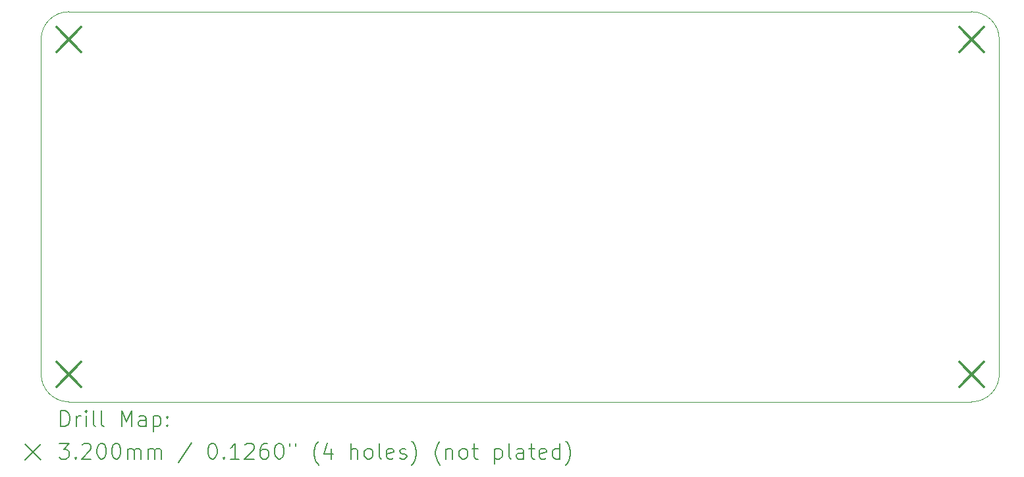
<source format=gbr>
%FSLAX45Y45*%
G04 Gerber Fmt 4.5, Leading zero omitted, Abs format (unit mm)*
G04 Created by KiCad (PCBNEW (6.0.0)) date 2022-12-27 21:59:18*
%MOMM*%
%LPD*%
G01*
G04 APERTURE LIST*
%TA.AperFunction,Profile*%
%ADD10C,0.100000*%
%TD*%
%ADD11C,0.200000*%
%ADD12C,0.320000*%
G04 APERTURE END LIST*
D10*
X9916300Y-8535800D02*
X9916300Y-12843700D01*
X21879800Y-13199527D02*
X10271900Y-13199300D01*
X22235400Y-8535800D02*
G75*
G03*
X21879800Y-8180200I-355600J0D01*
G01*
X9916300Y-12843700D02*
G75*
G03*
X10271900Y-13199300I355600J0D01*
G01*
X21879800Y-13199527D02*
G75*
G03*
X22235400Y-12831000I0J355827D01*
G01*
X10271900Y-8180200D02*
X21879800Y-8180200D01*
X10271900Y-8180200D02*
G75*
G03*
X9916300Y-8535800I0J-355600D01*
G01*
X22235400Y-8535800D02*
X22235400Y-12831000D01*
D11*
D12*
X10111900Y-8375800D02*
X10431900Y-8695800D01*
X10431900Y-8375800D02*
X10111900Y-8695800D01*
X10111900Y-12683700D02*
X10431900Y-13003700D01*
X10431900Y-12683700D02*
X10111900Y-13003700D01*
X21719800Y-8375800D02*
X22039800Y-8695800D01*
X22039800Y-8375800D02*
X21719800Y-8695800D01*
X21719800Y-12683700D02*
X22039800Y-13003700D01*
X22039800Y-12683700D02*
X21719800Y-13003700D01*
D11*
X10168919Y-13515003D02*
X10168919Y-13315003D01*
X10216538Y-13315003D01*
X10245110Y-13324527D01*
X10264157Y-13343574D01*
X10273681Y-13362622D01*
X10283205Y-13400717D01*
X10283205Y-13429289D01*
X10273681Y-13467384D01*
X10264157Y-13486431D01*
X10245110Y-13505479D01*
X10216538Y-13515003D01*
X10168919Y-13515003D01*
X10368919Y-13515003D02*
X10368919Y-13381669D01*
X10368919Y-13419765D02*
X10378443Y-13400717D01*
X10387967Y-13391193D01*
X10407014Y-13381669D01*
X10426062Y-13381669D01*
X10492729Y-13515003D02*
X10492729Y-13381669D01*
X10492729Y-13315003D02*
X10483205Y-13324527D01*
X10492729Y-13334050D01*
X10502252Y-13324527D01*
X10492729Y-13315003D01*
X10492729Y-13334050D01*
X10616538Y-13515003D02*
X10597490Y-13505479D01*
X10587967Y-13486431D01*
X10587967Y-13315003D01*
X10721300Y-13515003D02*
X10702252Y-13505479D01*
X10692729Y-13486431D01*
X10692729Y-13315003D01*
X10949871Y-13515003D02*
X10949871Y-13315003D01*
X11016538Y-13457860D01*
X11083205Y-13315003D01*
X11083205Y-13515003D01*
X11264157Y-13515003D02*
X11264157Y-13410241D01*
X11254633Y-13391193D01*
X11235586Y-13381669D01*
X11197490Y-13381669D01*
X11178443Y-13391193D01*
X11264157Y-13505479D02*
X11245109Y-13515003D01*
X11197490Y-13515003D01*
X11178443Y-13505479D01*
X11168919Y-13486431D01*
X11168919Y-13467384D01*
X11178443Y-13448336D01*
X11197490Y-13438812D01*
X11245109Y-13438812D01*
X11264157Y-13429289D01*
X11359395Y-13381669D02*
X11359395Y-13581669D01*
X11359395Y-13391193D02*
X11378443Y-13381669D01*
X11416538Y-13381669D01*
X11435586Y-13391193D01*
X11445109Y-13400717D01*
X11454633Y-13419765D01*
X11454633Y-13476908D01*
X11445109Y-13495955D01*
X11435586Y-13505479D01*
X11416538Y-13515003D01*
X11378443Y-13515003D01*
X11359395Y-13505479D01*
X11540348Y-13495955D02*
X11549871Y-13505479D01*
X11540348Y-13515003D01*
X11530824Y-13505479D01*
X11540348Y-13495955D01*
X11540348Y-13515003D01*
X11540348Y-13391193D02*
X11549871Y-13400717D01*
X11540348Y-13410241D01*
X11530824Y-13400717D01*
X11540348Y-13391193D01*
X11540348Y-13410241D01*
X9711300Y-13744527D02*
X9911300Y-13944527D01*
X9911300Y-13744527D02*
X9711300Y-13944527D01*
X10149871Y-13735003D02*
X10273681Y-13735003D01*
X10207014Y-13811193D01*
X10235586Y-13811193D01*
X10254633Y-13820717D01*
X10264157Y-13830241D01*
X10273681Y-13849289D01*
X10273681Y-13896908D01*
X10264157Y-13915955D01*
X10254633Y-13925479D01*
X10235586Y-13935003D01*
X10178443Y-13935003D01*
X10159395Y-13925479D01*
X10149871Y-13915955D01*
X10359395Y-13915955D02*
X10368919Y-13925479D01*
X10359395Y-13935003D01*
X10349871Y-13925479D01*
X10359395Y-13915955D01*
X10359395Y-13935003D01*
X10445110Y-13754050D02*
X10454633Y-13744527D01*
X10473681Y-13735003D01*
X10521300Y-13735003D01*
X10540348Y-13744527D01*
X10549871Y-13754050D01*
X10559395Y-13773098D01*
X10559395Y-13792146D01*
X10549871Y-13820717D01*
X10435586Y-13935003D01*
X10559395Y-13935003D01*
X10683205Y-13735003D02*
X10702252Y-13735003D01*
X10721300Y-13744527D01*
X10730824Y-13754050D01*
X10740348Y-13773098D01*
X10749871Y-13811193D01*
X10749871Y-13858812D01*
X10740348Y-13896908D01*
X10730824Y-13915955D01*
X10721300Y-13925479D01*
X10702252Y-13935003D01*
X10683205Y-13935003D01*
X10664157Y-13925479D01*
X10654633Y-13915955D01*
X10645110Y-13896908D01*
X10635586Y-13858812D01*
X10635586Y-13811193D01*
X10645110Y-13773098D01*
X10654633Y-13754050D01*
X10664157Y-13744527D01*
X10683205Y-13735003D01*
X10873681Y-13735003D02*
X10892729Y-13735003D01*
X10911776Y-13744527D01*
X10921300Y-13754050D01*
X10930824Y-13773098D01*
X10940348Y-13811193D01*
X10940348Y-13858812D01*
X10930824Y-13896908D01*
X10921300Y-13915955D01*
X10911776Y-13925479D01*
X10892729Y-13935003D01*
X10873681Y-13935003D01*
X10854633Y-13925479D01*
X10845110Y-13915955D01*
X10835586Y-13896908D01*
X10826062Y-13858812D01*
X10826062Y-13811193D01*
X10835586Y-13773098D01*
X10845110Y-13754050D01*
X10854633Y-13744527D01*
X10873681Y-13735003D01*
X11026062Y-13935003D02*
X11026062Y-13801669D01*
X11026062Y-13820717D02*
X11035586Y-13811193D01*
X11054633Y-13801669D01*
X11083205Y-13801669D01*
X11102252Y-13811193D01*
X11111776Y-13830241D01*
X11111776Y-13935003D01*
X11111776Y-13830241D02*
X11121300Y-13811193D01*
X11140348Y-13801669D01*
X11168919Y-13801669D01*
X11187967Y-13811193D01*
X11197490Y-13830241D01*
X11197490Y-13935003D01*
X11292728Y-13935003D02*
X11292728Y-13801669D01*
X11292728Y-13820717D02*
X11302252Y-13811193D01*
X11321300Y-13801669D01*
X11349871Y-13801669D01*
X11368919Y-13811193D01*
X11378443Y-13830241D01*
X11378443Y-13935003D01*
X11378443Y-13830241D02*
X11387967Y-13811193D01*
X11407014Y-13801669D01*
X11435586Y-13801669D01*
X11454633Y-13811193D01*
X11464157Y-13830241D01*
X11464157Y-13935003D01*
X11854633Y-13725479D02*
X11683205Y-13982622D01*
X12111776Y-13735003D02*
X12130824Y-13735003D01*
X12149871Y-13744527D01*
X12159395Y-13754050D01*
X12168919Y-13773098D01*
X12178443Y-13811193D01*
X12178443Y-13858812D01*
X12168919Y-13896908D01*
X12159395Y-13915955D01*
X12149871Y-13925479D01*
X12130824Y-13935003D01*
X12111776Y-13935003D01*
X12092728Y-13925479D01*
X12083205Y-13915955D01*
X12073681Y-13896908D01*
X12064157Y-13858812D01*
X12064157Y-13811193D01*
X12073681Y-13773098D01*
X12083205Y-13754050D01*
X12092728Y-13744527D01*
X12111776Y-13735003D01*
X12264157Y-13915955D02*
X12273681Y-13925479D01*
X12264157Y-13935003D01*
X12254633Y-13925479D01*
X12264157Y-13915955D01*
X12264157Y-13935003D01*
X12464157Y-13935003D02*
X12349871Y-13935003D01*
X12407014Y-13935003D02*
X12407014Y-13735003D01*
X12387967Y-13763574D01*
X12368919Y-13782622D01*
X12349871Y-13792146D01*
X12540348Y-13754050D02*
X12549871Y-13744527D01*
X12568919Y-13735003D01*
X12616538Y-13735003D01*
X12635586Y-13744527D01*
X12645109Y-13754050D01*
X12654633Y-13773098D01*
X12654633Y-13792146D01*
X12645109Y-13820717D01*
X12530824Y-13935003D01*
X12654633Y-13935003D01*
X12826062Y-13735003D02*
X12787967Y-13735003D01*
X12768919Y-13744527D01*
X12759395Y-13754050D01*
X12740348Y-13782622D01*
X12730824Y-13820717D01*
X12730824Y-13896908D01*
X12740348Y-13915955D01*
X12749871Y-13925479D01*
X12768919Y-13935003D01*
X12807014Y-13935003D01*
X12826062Y-13925479D01*
X12835586Y-13915955D01*
X12845109Y-13896908D01*
X12845109Y-13849289D01*
X12835586Y-13830241D01*
X12826062Y-13820717D01*
X12807014Y-13811193D01*
X12768919Y-13811193D01*
X12749871Y-13820717D01*
X12740348Y-13830241D01*
X12730824Y-13849289D01*
X12968919Y-13735003D02*
X12987967Y-13735003D01*
X13007014Y-13744527D01*
X13016538Y-13754050D01*
X13026062Y-13773098D01*
X13035586Y-13811193D01*
X13035586Y-13858812D01*
X13026062Y-13896908D01*
X13016538Y-13915955D01*
X13007014Y-13925479D01*
X12987967Y-13935003D01*
X12968919Y-13935003D01*
X12949871Y-13925479D01*
X12940348Y-13915955D01*
X12930824Y-13896908D01*
X12921300Y-13858812D01*
X12921300Y-13811193D01*
X12930824Y-13773098D01*
X12940348Y-13754050D01*
X12949871Y-13744527D01*
X12968919Y-13735003D01*
X13111776Y-13735003D02*
X13111776Y-13773098D01*
X13187967Y-13735003D02*
X13187967Y-13773098D01*
X13483205Y-14011193D02*
X13473681Y-14001669D01*
X13454633Y-13973098D01*
X13445109Y-13954050D01*
X13435586Y-13925479D01*
X13426062Y-13877860D01*
X13426062Y-13839765D01*
X13435586Y-13792146D01*
X13445109Y-13763574D01*
X13454633Y-13744527D01*
X13473681Y-13715955D01*
X13483205Y-13706431D01*
X13645109Y-13801669D02*
X13645109Y-13935003D01*
X13597490Y-13725479D02*
X13549871Y-13868336D01*
X13673681Y-13868336D01*
X13902252Y-13935003D02*
X13902252Y-13735003D01*
X13987967Y-13935003D02*
X13987967Y-13830241D01*
X13978443Y-13811193D01*
X13959395Y-13801669D01*
X13930824Y-13801669D01*
X13911776Y-13811193D01*
X13902252Y-13820717D01*
X14111776Y-13935003D02*
X14092728Y-13925479D01*
X14083205Y-13915955D01*
X14073681Y-13896908D01*
X14073681Y-13839765D01*
X14083205Y-13820717D01*
X14092728Y-13811193D01*
X14111776Y-13801669D01*
X14140348Y-13801669D01*
X14159395Y-13811193D01*
X14168919Y-13820717D01*
X14178443Y-13839765D01*
X14178443Y-13896908D01*
X14168919Y-13915955D01*
X14159395Y-13925479D01*
X14140348Y-13935003D01*
X14111776Y-13935003D01*
X14292728Y-13935003D02*
X14273681Y-13925479D01*
X14264157Y-13906431D01*
X14264157Y-13735003D01*
X14445109Y-13925479D02*
X14426062Y-13935003D01*
X14387967Y-13935003D01*
X14368919Y-13925479D01*
X14359395Y-13906431D01*
X14359395Y-13830241D01*
X14368919Y-13811193D01*
X14387967Y-13801669D01*
X14426062Y-13801669D01*
X14445109Y-13811193D01*
X14454633Y-13830241D01*
X14454633Y-13849289D01*
X14359395Y-13868336D01*
X14530824Y-13925479D02*
X14549871Y-13935003D01*
X14587967Y-13935003D01*
X14607014Y-13925479D01*
X14616538Y-13906431D01*
X14616538Y-13896908D01*
X14607014Y-13877860D01*
X14587967Y-13868336D01*
X14559395Y-13868336D01*
X14540348Y-13858812D01*
X14530824Y-13839765D01*
X14530824Y-13830241D01*
X14540348Y-13811193D01*
X14559395Y-13801669D01*
X14587967Y-13801669D01*
X14607014Y-13811193D01*
X14683205Y-14011193D02*
X14692728Y-14001669D01*
X14711776Y-13973098D01*
X14721300Y-13954050D01*
X14730824Y-13925479D01*
X14740348Y-13877860D01*
X14740348Y-13839765D01*
X14730824Y-13792146D01*
X14721300Y-13763574D01*
X14711776Y-13744527D01*
X14692728Y-13715955D01*
X14683205Y-13706431D01*
X15045109Y-14011193D02*
X15035586Y-14001669D01*
X15016538Y-13973098D01*
X15007014Y-13954050D01*
X14997490Y-13925479D01*
X14987967Y-13877860D01*
X14987967Y-13839765D01*
X14997490Y-13792146D01*
X15007014Y-13763574D01*
X15016538Y-13744527D01*
X15035586Y-13715955D01*
X15045109Y-13706431D01*
X15121300Y-13801669D02*
X15121300Y-13935003D01*
X15121300Y-13820717D02*
X15130824Y-13811193D01*
X15149871Y-13801669D01*
X15178443Y-13801669D01*
X15197490Y-13811193D01*
X15207014Y-13830241D01*
X15207014Y-13935003D01*
X15330824Y-13935003D02*
X15311776Y-13925479D01*
X15302252Y-13915955D01*
X15292728Y-13896908D01*
X15292728Y-13839765D01*
X15302252Y-13820717D01*
X15311776Y-13811193D01*
X15330824Y-13801669D01*
X15359395Y-13801669D01*
X15378443Y-13811193D01*
X15387967Y-13820717D01*
X15397490Y-13839765D01*
X15397490Y-13896908D01*
X15387967Y-13915955D01*
X15378443Y-13925479D01*
X15359395Y-13935003D01*
X15330824Y-13935003D01*
X15454633Y-13801669D02*
X15530824Y-13801669D01*
X15483205Y-13735003D02*
X15483205Y-13906431D01*
X15492728Y-13925479D01*
X15511776Y-13935003D01*
X15530824Y-13935003D01*
X15749871Y-13801669D02*
X15749871Y-14001669D01*
X15749871Y-13811193D02*
X15768919Y-13801669D01*
X15807014Y-13801669D01*
X15826062Y-13811193D01*
X15835586Y-13820717D01*
X15845109Y-13839765D01*
X15845109Y-13896908D01*
X15835586Y-13915955D01*
X15826062Y-13925479D01*
X15807014Y-13935003D01*
X15768919Y-13935003D01*
X15749871Y-13925479D01*
X15959395Y-13935003D02*
X15940348Y-13925479D01*
X15930824Y-13906431D01*
X15930824Y-13735003D01*
X16121300Y-13935003D02*
X16121300Y-13830241D01*
X16111776Y-13811193D01*
X16092728Y-13801669D01*
X16054633Y-13801669D01*
X16035586Y-13811193D01*
X16121300Y-13925479D02*
X16102252Y-13935003D01*
X16054633Y-13935003D01*
X16035586Y-13925479D01*
X16026062Y-13906431D01*
X16026062Y-13887384D01*
X16035586Y-13868336D01*
X16054633Y-13858812D01*
X16102252Y-13858812D01*
X16121300Y-13849289D01*
X16187967Y-13801669D02*
X16264157Y-13801669D01*
X16216538Y-13735003D02*
X16216538Y-13906431D01*
X16226062Y-13925479D01*
X16245109Y-13935003D01*
X16264157Y-13935003D01*
X16407014Y-13925479D02*
X16387967Y-13935003D01*
X16349871Y-13935003D01*
X16330824Y-13925479D01*
X16321300Y-13906431D01*
X16321300Y-13830241D01*
X16330824Y-13811193D01*
X16349871Y-13801669D01*
X16387967Y-13801669D01*
X16407014Y-13811193D01*
X16416538Y-13830241D01*
X16416538Y-13849289D01*
X16321300Y-13868336D01*
X16587967Y-13935003D02*
X16587967Y-13735003D01*
X16587967Y-13925479D02*
X16568919Y-13935003D01*
X16530824Y-13935003D01*
X16511776Y-13925479D01*
X16502252Y-13915955D01*
X16492728Y-13896908D01*
X16492728Y-13839765D01*
X16502252Y-13820717D01*
X16511776Y-13811193D01*
X16530824Y-13801669D01*
X16568919Y-13801669D01*
X16587967Y-13811193D01*
X16664157Y-14011193D02*
X16673681Y-14001669D01*
X16692728Y-13973098D01*
X16702252Y-13954050D01*
X16711776Y-13925479D01*
X16721300Y-13877860D01*
X16721300Y-13839765D01*
X16711776Y-13792146D01*
X16702252Y-13763574D01*
X16692728Y-13744527D01*
X16673681Y-13715955D01*
X16664157Y-13706431D01*
M02*

</source>
